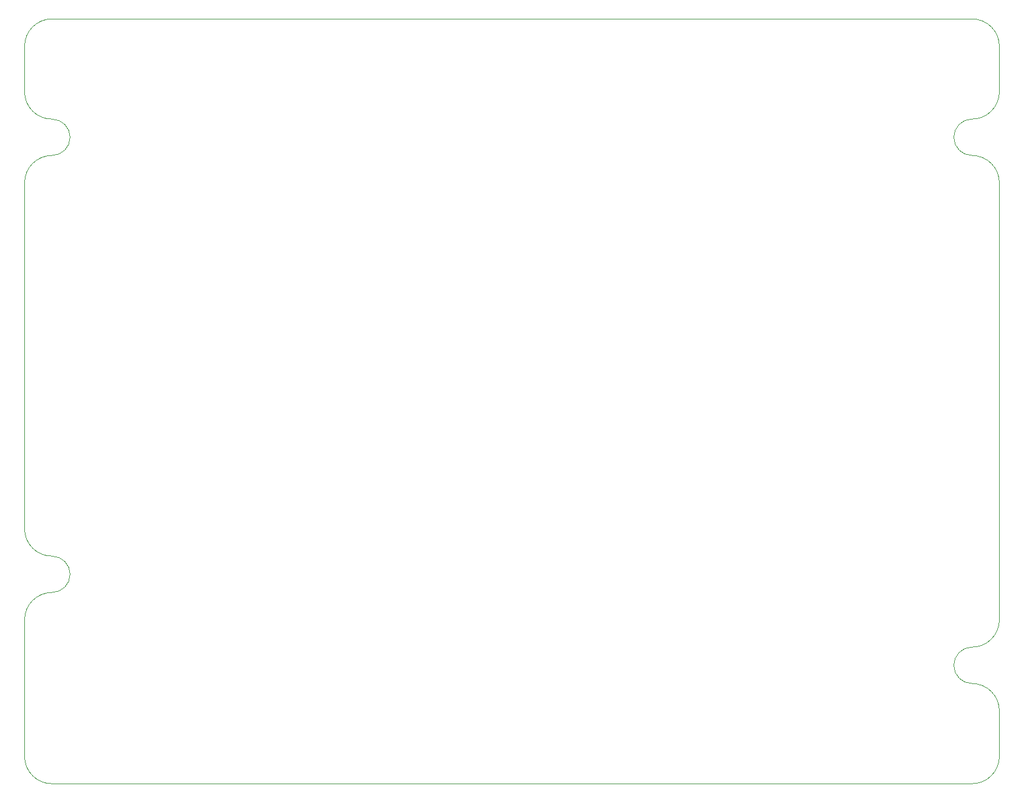
<source format=gbr>
%TF.GenerationSoftware,KiCad,Pcbnew,(5.1.9)-1*%
%TF.CreationDate,2021-04-29T15:18:10+10:00*%
%TF.ProjectId,MiniKeyboard,4d696e69-4b65-4796-926f-6172642e6b69,rev?*%
%TF.SameCoordinates,Original*%
%TF.FileFunction,Profile,NP*%
%FSLAX46Y46*%
G04 Gerber Fmt 4.6, Leading zero omitted, Abs format (unit mm)*
G04 Created by KiCad (PCBNEW (5.1.9)-1) date 2021-04-29 15:18:10*
%MOMM*%
%LPD*%
G01*
G04 APERTURE LIST*
%TA.AperFunction,Profile*%
%ADD10C,0.050000*%
%TD*%
G04 APERTURE END LIST*
D10*
X90170000Y-55880000D02*
X90170000Y-49530000D01*
X90170000Y-116840000D02*
X90170000Y-68580000D01*
X90170000Y-148590000D02*
X90170000Y-129540000D01*
X226060000Y-148590000D02*
X226060000Y-142240000D01*
X226060000Y-68580000D02*
X226060000Y-129540000D01*
X226060000Y-49530000D02*
X226060000Y-55880000D01*
X226060000Y-55880000D02*
G75*
G02*
X222250000Y-59690000I-3810000J0D01*
G01*
X222250000Y-64770000D02*
G75*
G02*
X219710000Y-62230000I0J2540000D01*
G01*
X219710000Y-62230000D02*
G75*
G02*
X222250000Y-59690000I2540000J0D01*
G01*
X222250000Y-64770000D02*
G75*
G02*
X226060000Y-68580000I0J-3810000D01*
G01*
X226060000Y-129540000D02*
G75*
G02*
X222250000Y-133350000I-3810000J0D01*
G01*
X222250000Y-138430000D02*
G75*
G02*
X219710000Y-135890000I0J2540000D01*
G01*
X219710000Y-135890000D02*
G75*
G02*
X222250000Y-133350000I2540000J0D01*
G01*
X222250000Y-138430000D02*
G75*
G02*
X226060000Y-142240000I0J-3810000D01*
G01*
X90170000Y-129540000D02*
G75*
G02*
X93980000Y-125730000I3810000J0D01*
G01*
X93980000Y-120650000D02*
G75*
G02*
X96520000Y-123190000I0J-2540000D01*
G01*
X96520000Y-123190000D02*
G75*
G02*
X93980000Y-125730000I-2540000J0D01*
G01*
X93980000Y-120650000D02*
G75*
G02*
X90170000Y-116840000I0J3810000D01*
G01*
X90170000Y-68580000D02*
G75*
G02*
X93980000Y-64770000I3810000J0D01*
G01*
X96520000Y-62230000D02*
G75*
G02*
X93980000Y-64770000I-2540000J0D01*
G01*
X93980000Y-59690000D02*
G75*
G02*
X96520000Y-62230000I0J-2540000D01*
G01*
X93980000Y-59690000D02*
G75*
G02*
X90170000Y-55880000I0J3810000D01*
G01*
X90170000Y-49530000D02*
G75*
G02*
X93980000Y-45720000I3810000J0D01*
G01*
X222250000Y-45720000D02*
G75*
G02*
X226060000Y-49530000I0J-3810000D01*
G01*
X226060000Y-148590000D02*
G75*
G02*
X222250000Y-152400000I-3810000J0D01*
G01*
X93980000Y-152400000D02*
G75*
G02*
X90170000Y-148590000I0J3810000D01*
G01*
X93980000Y-45720000D02*
X222250000Y-45720000D01*
X222250000Y-152400000D02*
X93980000Y-152400000D01*
M02*

</source>
